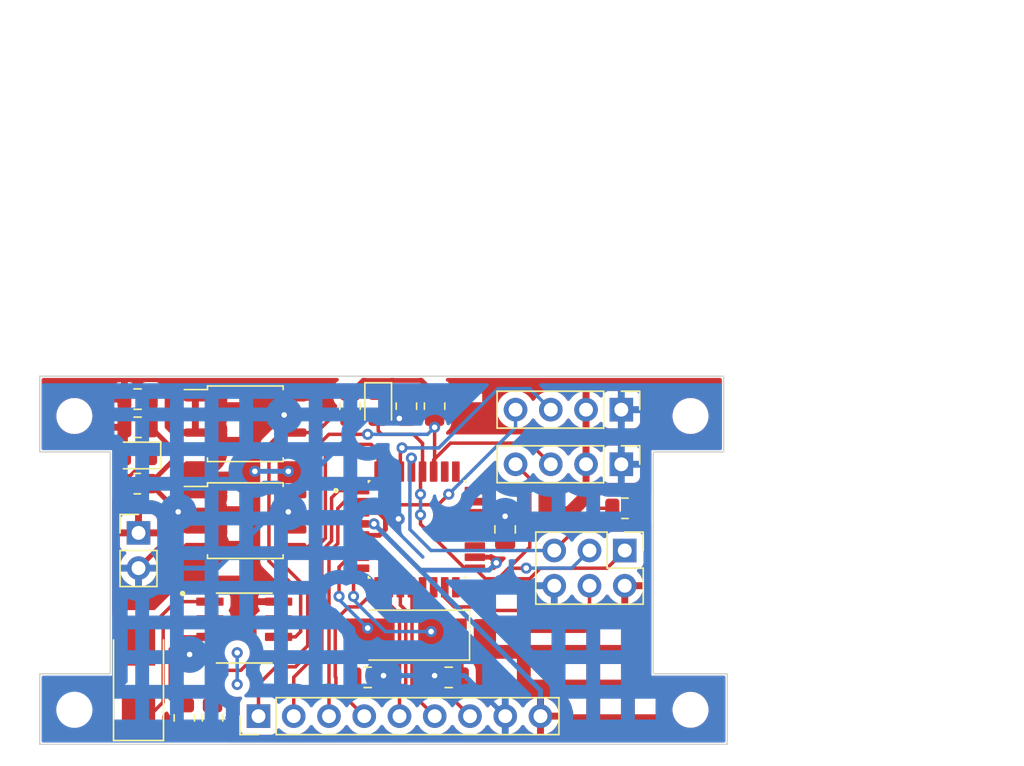
<source format=kicad_pcb>
(kicad_pcb (version 20221018) (generator pcbnew)
  (title_block (title "${project_name}") (date "2024-06-05") (rev "1") (comment 1 "2-layer PCB design version"))
  (layers (0 "F.Cu" mixed) (31 "B.Cu" mixed) (34 "B.Paste" user) (35 "F.Paste" user) (36 "B.SilkS" user "B.Silkscreen") (37 "F.SilkS" user "F.Silkscreen") (38 "B.Mask" user) (39 "F.Mask" user) (44 "Edge.Cuts" user))
  (property "project_name" "MCU Datalogger with memory and clock")
  (net 0 "")
  (net 1 "GND")
  (net 2 "Net-(U4-PB6)")
  (net 3 "/AREF")
  (net 4 "Net-(U4-PB7)")
  (net 5 "/Vcc")
  (net 6 "Net-(D1-K)")
  (net 7 "Net-(D2-K)")
  (net 8 "/SCK")
  (net 9 "/SDA")
  (net 10 "/RX")
  (net 11 "/TX")
  (net 12 "/D2")
  (net 13 "/D3")
  (net 14 "/D4")
  (net 15 "/D5")
  (net 16 "/D6")
  (net 17 "/D7")
  (net 18 "/D8")
  (net 19 "/MISO")
  (net 20 "/MOSI")
  (net 21 "/RESET")
  (net 22 "/~{INTA}")
  (net 23 "/SQW")
  (net 24 "Net-(U3-X1)")
  (net 25 "Net-(U3-X2)")
  (footprint "Package_SO:SOIC-8_5.23x5.23mm_P1.27mm" (layer "F.Cu") (at 138.76 60.325)
    (fp_text reference "U2" hide)
    (fp_text value "24LC1025")
    (pad "1" smd roundrect (at -3.6 -1.905) (size 1.6 0.6) (layers "F.Cu" "F.Paste" "F.Mask") (net 5 "/Vcc"))
    (pad "2" smd roundrect (at -3.6 -0.635) (size 1.6 0.6) (layers "F.Cu" "F.Paste" "F.Mask") (net 1 "GND"))
    (pad "3" smd roundrect (at -3.6 0.635) (size 1.6 0.6) (layers "F.Cu" "F.Paste" "F.Mask") (net 5 "/Vcc"))
    (pad "4" smd roundrect (at -3.6 1.905) (size 1.6 0.6) (layers "F.Cu" "F.Paste" "F.Mask") (net 1 "GND"))
    (pad "5" smd roundrect (at 3.6 1.905) (size 1.6 0.6) (layers "F.Cu" "F.Paste" "F.Mask") (net 9 "/SDA"))
    (pad "6" smd roundrect (at 3.6 0.635) (size 1.6 0.6) (layers "F.Cu" "F.Paste" "F.Mask") (net 8 "/SCK"))
    (pad "7" smd roundrect (at 3.6 -0.635) (size 1.6 0.6) (layers "F.Cu" "F.Paste" "F.Mask") (net 1 "GND"))
    (pad "8" smd roundrect (at 3.6 -1.905) (size 1.6 0.6) (layers "F.Cu" "F.Paste" "F.Mask") (net 5 "/Vcc"))
  )
  (footprint "MountingHole:MountingHole_2.1mm" (layer "F.Cu") (at 126.4412 73.9648)
    (fp_text reference "H3" hide)
    (fp_text value "MountingHole")
    (pad "" np_thru_hole circle (at 0 0) (size 2.1 2.1) (drill 2.1) (layers "*.Cu" "*.Mask"))
  )
  (footprint "Connector_PinHeader_2.54mm:PinHeader_1x04_P2.54mm_Vertical" (layer "F.Cu") (at 165.852 52.324 -90)
    (fp_text reference "J2" hide)
    (fp_text value "Conn_01x04_Pin" hide)
    (pad "1" thru_hole rect (at 0 0 270) (size 1.7 1.7) (drill 1) (layers "*.Cu" "*.Mask") (net 1 "GND"))
    (pad "2" thru_hole oval (at 0 2.54 270) (size 1.7 1.7) (drill 1) (layers "*.Cu" "*.Mask") (net 5 "/Vcc"))
    (pad "3" thru_hole oval (at 0 5.08 270) (size 1.7 1.7) (drill 1) (layers "*.Cu" "*.Mask") (net 10 "/RX"))
    (pad "4" thru_hole oval (at 0 7.62 270) (size 1.7 1.7) (drill 1) (layers "*.Cu" "*.Mask") (net 11 "/TX"))
  )
  (footprint "Resistor_SMD:R_0805_2012Metric" (layer "F.Cu") (at 134.366 74.548 90)
    (fp_text reference "R3" hide)
    (fp_text value "10k")
    (pad "1" smd roundrect (at -0.9125 0 90) (size 1.025 1.4) (layers "F.Cu" "F.Paste" "F.Mask") (roundrect_rratio 0.243902) (net 5 "/Vcc"))
    (pad "2" smd roundrect (at 0.9125 0 90) (size 1.025 1.4) (layers "F.Cu" "F.Paste" "F.Mask") (roundrect_rratio 0.243902) (net 22 "/~{INTA}"))
  )
  (footprint "Connector_PinHeader_2.54mm:PinHeader_1x02_P2.54mm_Vertical" (layer "F.Cu") (at 131.064 61.209)
    (fp_text reference "BT1" hide)
    (fp_text value "Battery")
    (pad "1" thru_hole rect (at 0 0) (size 1.7 1.7) (drill 1) (layers "*.Cu" "*.Mask") (net 5 "/Vcc"))
    (pad "2" thru_hole oval (at 0 2.54) (size 1.7 1.7) (drill 1) (layers "*.Cu" "*.Mask") (net 1 "GND"))
  )
  (footprint "Crystal:Crystal_SMD_5032-2Pin_5.0x3.2mm_HandSoldering" (layer "F.Cu") (at 131.064 71.628 90)
    (fp_text reference "Y2" hide)
    (fp_text value "32.768kHz")
    (pad "1" smd rect (at -2.6 0 90) (size 3.5 2.4) (layers "F.Cu" "F.Paste" "F.Mask") (net 25 "Net-(U3-X2)"))
    (pad "2" smd rect (at 2.6 0 90) (size 3.5 2.4) (layers "F.Cu" "F.Paste" "F.Mask") (net 24 "Net-(U3-X1)"))
  )
  (footprint "LED_SMD:LED_0805_2012Metric" (layer "F.Cu") (at 130.978 55.626 180)
    (fp_text reference "D1" hide)
    (fp_text value "LED")
    (pad "1" smd roundrect (at -0.9375 0 180) (size 0.975 1.4) (layers "F.Cu" "F.Paste" "F.Mask") (net 6 "Net-(D1-K)"))
    (pad "2" smd roundrect (at 0.9375 0 180) (size 0.975 1.4) (layers "F.Cu" "F.Paste" "F.Mask") (net 5 "/Vcc"))
  )
  (footprint "footprints:SOIC127P600X175-8N" (layer "F.Cu") (at 138.684 68.072)
    (fp_text reference "U3" hide)
    (fp_text value "DS1337S_")
    (pad "1" smd roundrect (at -2.475 -1.905) (size 1.97 0.59) (layers "F.Cu" "F.Paste" "F.Mask") (roundrect_rratio 0.125) (net 24 "Net-(U3-X1)"))
    (pad "2" smd roundrect (at -2.475 -0.635) (size 1.97 0.59) (layers "F.Cu" "F.Paste" "F.Mask") (roundrect_rratio 0.125) (net 25 "Net-(U3-X2)"))
    (pad "3" smd roundrect (at -2.475 0.635) (size 1.97 0.59) (layers "F.Cu" "F.Paste" "F.Mask") (roundrect_rratio 0.125) (net 22 "/~{INTA}"))
    (pad "4" smd roundrect (at -2.475 1.905) (size 1.97 0.59) (layers "F.Cu" "F.Paste" "F.Mask") (roundrect_rratio 0.125) (net 1 "GND"))
    (pad "5" smd roundrect (at 2.475 1.905) (size 1.97 0.59) (layers "F.Cu" "F.Paste" "F.Mask") (roundrect_rratio 0.125) (net 9 "/SDA"))
    (pad "6" smd roundrect (at 2.475 0.635) (size 1.97 0.59) (layers "F.Cu" "F.Paste" "F.Mask") (roundrect_rratio 0.125) (net 8 "/SCK"))
    (pad "7" smd roundrect (at 2.475 -0.635) (size 1.97 0.59) (layers "F.Cu" "F.Paste" "F.Mask") (roundrect_rratio 0.125) (net 23 "/SQW"))
    (pad "8" smd roundrect (at 2.475 -1.905) (size 1.97 0.59) (layers "F.Cu" "F.Paste" "F.Mask") (roundrect_rratio 0.125) (net 5 "/Vcc"))
  )
  (footprint "MountingHole:MountingHole_2.1mm" (layer "F.Cu") (at 126.4412 52.7812)
    (fp_text reference "H1" hide)
    (fp_text value "MountingHole")
    (pad "" np_thru_hole circle (at 0 0) (size 2.1 2.1) (drill 2.1) (layers "*.Cu" "*.Mask"))
  )
  (footprint "MountingHole:MountingHole_2.1mm" (layer "F.Cu") (at 170.8404 52.7812)
    (fp_text reference "H2" hide)
    (fp_text value "MountingHole")
    (pad "" np_thru_hole circle (at 0 0) (size 2.1 2.1) (drill 2.1) (layers "*.Cu" "*.Mask"))
  )
  (footprint "Resistor_SMD:R_0805_2012Metric" (layer "F.Cu") (at 130.978 57.658)
    (fp_text reference "R1" hide)
    (fp_text value "330")
    (pad "1" smd roundrect (at -0.9125 0) (size 1.025 1.4) (layers "F.Cu" "F.Paste" "F.Mask") (roundrect_rratio 0.243902) (net 6 "Net-(D1-K)"))
    (pad "2" smd roundrect (at 0.9125 0) (size 1.025 1.4) (layers "F.Cu" "F.Paste" "F.Mask") (roundrect_rratio 0.243902) (net 1 "GND"))
  )
  (footprint "Capacitor_SMD:C_0805_2012Metric" (layer "F.Cu") (at 130.998 53.594)
    (fp_text reference "C5" hide)
    (fp_text value "100n")
    (pad "1" smd roundrect (at -0.95 0) (size 1 1.45) (layers "F.Cu" "F.Paste" "F.Mask") (net 5 "/Vcc"))
    (pad "2" smd roundrect (at 0.95 0) (size 1 1.45) (layers "F.Cu" "F.Paste" "F.Mask") (net 1 "GND"))
  )
  (footprint "Connector_PinHeader_2.54mm:PinHeader_1x04_P2.54mm_Vertical" (layer "F.Cu") (at 165.852 56.261 -90)
    (fp_text reference "J1" hide)
    (fp_text value "Conn_01x04_Pin" hide)
    (pad "1" thru_hole rect (at 0 0 270) (size 1.7 1.7) (drill 1) (layers "*.Cu" "*.Mask") (net 1 "GND"))
    (pad "2" thru_hole oval (at 0 2.54 270) (size 1.7 1.7) (drill 1) (layers "*.Cu" "*.Mask") (net 5 "/Vcc"))
    (pad "3" thru_hole oval (at 0 5.08 270) (size 1.7 1.7) (drill 1) (layers "*.Cu" "*.Mask") (net 9 "/SDA"))
    (pad "4" thru_hole oval (at 0 7.62 270) (size 1.7 1.7) (drill 1) (layers "*.Cu" "*.Mask") (net 8 "/SCK"))
  )
  (footprint "LED_SMD:LED_0805_2012Metric" (layer "F.Cu") (at 148.336 52.07 -90)
    (fp_text reference "D2" hide)
    (fp_text value "LED")
    (pad "1" smd roundrect (at -0.9375 0 270) (size 0.975 1.4) (layers "F.Cu" "F.Paste" "F.Mask") (net 7 "Net-(D2-K)"))
    (pad "2" smd roundrect (at 0.9375 0 270) (size 0.975 1.4) (layers "F.Cu" "F.Paste" "F.Mask") (net 8 "/SCK"))
  )
  (footprint "Capacitor_SMD:C_0805_2012Metric" (layer "F.Cu") (at 130.998 51.562 180)
    (fp_text reference "C4" hide)
    (fp_text value "100n")
    (pad "1" smd roundrect (at -0.95 0 180) (size 1 1.45) (layers "F.Cu" "F.Paste" "F.Mask") (net 1 "GND"))
    (pad "2" smd roundrect (at 0.95 0 180) (size 1 1.45) (layers "F.Cu" "F.Paste" "F.Mask") (net 5 "/Vcc"))
  )
  (footprint "footprints:QFP80P900X900X120-32N" (layer "F.Cu") (at 151.13 60.96)
    (fp_text reference "U4" hide)
    (fp_text value "ATMEGA328P-AU")
    (pad "1" smd roundrect (at -4.17 -2.8) (size 1.47 0.55) (layers "F.Cu" "F.Paste" "F.Mask") (roundrect_rratio 0.125) (net 13 "/D3"))
    (pad "2" smd roundrect (at -4.17 -2) (size 1.47 0.55) (layers "F.Cu" "F.Paste" "F.Mask") (roundrect_rratio 0.125) (net 14 "/D4"))
    (pad "3" smd roundrect (at -4.17 -1.2) (size 1.47 0.55) (layers "F.Cu" "F.Paste" "F.Mask") (roundrect_rratio 0.125) (net 1 "GND"))
    (pad "4" smd roundrect (at -4.17 -0.4) (size 1.47 0.55) (layers "F.Cu" "F.Paste" "F.Mask") (roundrect_rratio 0.125) (net 5 "/Vcc"))
    (pad "5" smd roundrect (at -4.17 0.4) (size 1.47 0.55) (layers "F.Cu" "F.Paste" "F.Mask") (roundrect_rratio 0.125) (net 1 "GND"))
    (pad "6" smd roundrect (at -4.17 1.2) (size 1.47 0.55) (layers "F.Cu" "F.Paste" "F.Mask") (roundrect_rratio 0.125))
    (pad "7" smd roundrect (at -4.17 2) (size 1.47 0.55) (layers "F.Cu" "F.Paste" "F.Mask") (roundrect_rratio 0.125) (net 2 "Net-(U4-PB6)"))
    (pad "8" smd roundrect (at -4.17 2.8) (size 1.47 0.55) (layers "F.Cu" "F.Paste" "F.Mask") (roundrect_rratio 0.125) (net 4 "Net-(U4-PB7)"))
    (pad "9" smd roundrect (at -2.8 4.17) (size 0.55 1.47) (layers "F.Cu" "F.Paste" "F.Mask") (roundrect_rratio 0.125) (net 15 "/D5"))
    (pad "10" smd roundrect (at -2 4.17) (size 0.55 1.47) (layers "F.Cu" "F.Paste" "F.Mask") (roundrect_rratio 0.125) (net 16 "/D6"))
    (pad "11" smd roundrect (at -1.2 4.17) (size 0.55 1.47) (layers "F.Cu" "F.Paste" "F.Mask") (roundrect_rratio 0.125) (net 17 "/D7"))
    (pad "12" smd roundrect (at -0.4 4.17) (size 0.55 1.47) (layers "F.Cu" "F.Paste" "F.Mask") (roundrect_rratio 0.125) (net 18 "/D8"))
    (pad "13" smd roundrect (at 0.4 4.17) (size 0.55 1.47) (layers "F.Cu" "F.Paste" "F.Mask") (roundrect_rratio 0.125))
    (pad "14" smd roundrect (at 1.2 4.17) (size 0.55 1.47) (layers "F.Cu" "F.Paste" "F.Mask") (roundrect_rratio 0.125))
    (pad "15" smd roundrect (at 2 4.17) (size 0.55 1.47) (layers "F.Cu" "F.Paste" "F.Mask") (roundrect_rratio 0.125) (net 20 "/MOSI"))
    (pad "16" smd roundrect (at 2.8 4.17) (size 0.55 1.47) (layers "F.Cu" "F.Paste" "F.Mask") (roundrect_rratio 0.125) (net 19 "/MISO"))
    (pad "17" smd roundrect (at 4.17 2.8) (size 1.47 0.55) (layers "F.Cu" "F.Paste" "F.Mask") (roundrect_rratio 0.125) (net 8 "/SCK"))
    (pad "18" smd roundrect (at 4.17 2) (size 1.47 0.55) (layers "F.Cu" "F.Paste" "F.Mask") (roundrect_rratio 0.125) (net 5 "/Vcc"))
    (pad "19" smd roundrect (at 4.17 1.2) (size 1.47 0.55) (layers "F.Cu" "F.Paste" "F.Mask") (roundrect_rratio 0.125))
    (pad "20" smd roundrect (at 4.17 0.4) (size 1.47 0.55) (layers "F.Cu" "F.Paste" "F.Mask") (roundrect_rratio 0.125) (net 3 "/AREF"))
    (pad "21" smd roundrect (at 4.17 -0.4) (size 1.47 0.55) (layers "F.Cu" "F.Paste" "F.Mask") (roundrect_rratio 0.125) (net 1 "GND"))
    (pad "22" smd roundrect (at 4.17 -1.2) (size 1.47 0.55) (layers "F.Cu" "F.Paste" "F.Mask") (roundrect_rratio 0.125))
    (pad "23" smd roundrect (at 4.17 -2) (size 1.47 0.55) (layers "F.Cu" "F.Paste" "F.Mask") (roundrect_rratio 0.125))
    (pad "24" smd roundrect (at 4.17 -2.8) (size 1.47 0.55) (layers "F.Cu" "F.Paste" "F.Mask") (roundrect_rratio 0.125))
    (pad "25" smd roundrect (at 2.8 -4.17) (size 0.55 1.47) (layers "F.Cu" "F.Paste" "F.Mask") (roundrect_rratio 0.125))
    (pad "26" smd roundrect (at 2 -4.17) (size 0.55 1.47) (layers "F.Cu" "F.Paste" "F.Mask") (roundrect_rratio 0.125))
    (pad "27" smd roundrect (at 1.2 -4.17) (size 0.55 1.47) (layers "F.Cu" "F.Paste" "F.Mask") (roundrect_rratio 0.125) (net 9 "/SDA"))
    (pad "28" smd roundrect (at 0.4 -4.17) (size 0.55 1.47) (layers "F.Cu" "F.Paste" "F.Mask") (roundrect_rratio 0.125) (net 8 "/SCK"))
    (pad "29" smd roundrect (at -0.4 -4.17) (size 0.55 1.47) (layers "F.Cu" "F.Paste" "F.Mask") (roundrect_rratio 0.125) (net 21 "/RESET"))
    (pad "30" smd roundrect (at -1.2 -4.17) (size 0.55 1.47) (layers "F.Cu" "F.Paste" "F.Mask") (roundrect_rratio 0.125) (net 10 "/RX"))
    (pad "31" smd roundrect (at -2 -4.17) (size 0.55 1.47) (layers "F.Cu" "F.Paste" "F.Mask") (roundrect_rratio 0.125) (net 11 "/TX"))
    (pad "32" smd roundrect (at -2.8 -4.17) (size 0.55 1.47) (layers "F.Cu" "F.Paste" "F.Mask") (roundrect_rratio 0.125) (net 12 "/D2"))
  )
  (footprint "Resistor_SMD:R_0805_2012Metric" (layer "F.Cu") (at 152.4 52.07 -90)
    (fp_text reference "R7" hide)
    (fp_text value "4.7k")
    (pad "1" smd roundrect (at -0.9125 0 270) (size 1.025 1.4) (layers "F.Cu" "F.Paste" "F.Mask") (roundrect_rratio 0.243902) (net 5 "/Vcc"))
    (pad "2" smd roundrect (at 0.9125 0 270) (size 1.025 1.4) (layers "F.Cu" "F.Paste" "F.Mask") (roundrect_rratio 0.243902) (net 9 "/SDA"))
  )
  (footprint "Crystal:Crystal_SMD_5032-2Pin_5.0x3.2mm_HandSoldering" (layer "F.Cu") (at 150.368 68.58 180)
    (fp_text reference "Y1" hide)
    (fp_text value "16 MHz")
    (pad "1" smd rect (at -2.6 0 180) (size 3.5 2.4) (layers "F.Cu" "F.Paste" "F.Mask") (net 4 "Net-(U4-PB7)"))
    (pad "2" smd rect (at 2.6 0 180) (size 3.5 2.4) (layers "F.Cu" "F.Paste" "F.Mask") (net 2 "Net-(U4-PB6)"))
  )
  (footprint "Capacitor_SMD:C_0805_2012Metric" (layer "F.Cu") (at 147.574 71.628 180)
    (fp_text reference "C1" hide)
    (fp_text value "22p")
    (pad "1" smd roundrect (at -0.95 0 180) (size 1 1.45) (layers "F.Cu" "F.Paste" "F.Mask") (net 1 "GND"))
    (pad "2" smd roundrect (at 0.95 0 180) (size 1 1.45) (layers "F.Cu" "F.Paste" "F.Mask") (net 2 "Net-(U4-PB6)"))
  )
  (footprint "Capacitor_SMD:C_0805_2012Metric" (layer "F.Cu") (at 153.416 71.628)
    (fp_text reference "C3" hide)
    (fp_text value "22p")
    (pad "1" smd roundrect (at -0.95 0) (size 1 1.45) (layers "F.Cu" "F.Paste" "F.Mask") (net 1 "GND"))
    (pad "2" smd roundrect (at 0.95 0) (size 1 1.45) (layers "F.Cu" "F.Paste" "F.Mask") (net 4 "Net-(U4-PB7)"))
  )
  (footprint "Resistor_SMD:R_0805_2012Metric" (layer "F.Cu") (at 136.398 74.548 90)
    (fp_text reference "R4" hide)
    (fp_text value "10k")
    (pad "1" smd roundrect (at -0.9125 0 90) (size 1.025 1.4) (layers "F.Cu" "F.Paste" "F.Mask") (roundrect_rratio 0.243902) (net 5 "/Vcc"))
    (pad "2" smd roundrect (at 0.9125 0 90) (size 1.025 1.4) (layers "F.Cu" "F.Paste" "F.Mask") (roundrect_rratio 0.243902) (net 23 "/SQW"))
  )
  (footprint "Resistor_SMD:R_0805_2012Metric" (layer "F.Cu") (at 150.368 52.07 90)
    (fp_text reference "R2" hide)
    (fp_text value "330")
    (pad "1" smd roundrect (at -0.9125 0 90) (size 1.025 1.4) (layers "F.Cu" "F.Paste" "F.Mask") (roundrect_rratio 0.243902) (net 1 "GND"))
    (pad "2" smd roundrect (at 0.9125 0 90) (size 1.025 1.4) (layers "F.Cu" "F.Paste" "F.Mask") (roundrect_rratio 0.243902) (net 7 "Net-(D2-K)"))
  )
  (footprint "Resistor_SMD:R_0805_2012Metric" (layer "F.Cu") (at 166.116 59.436 180)
    (fp_text reference "R5" hide)
    (fp_text value "10k")
    (pad "1" smd roundrect (at -0.9125 0 180) (size 1.025 1.4) (layers "F.Cu" "F.Paste" "F.Mask") (roundrect_rratio 0.243902) (net 5 "/Vcc"))
    (pad "2" smd roundrect (at 0.9125 0 180) (size 1.025 1.4) (layers "F.Cu" "F.Paste" "F.Mask") (roundrect_rratio 0.243902) (net 21 "/RESET"))
  )
  (footprint "Resistor_SMD:R_0805_2012Metric" (layer "F.Cu") (at 146.304 52.07 -90)
    (fp_text reference "R6" hide)
    (fp_text value "4.7k")
    (pad "1" smd roundrect (at -0.9125 0 270) (size 1.025 1.4) (layers "F.Cu" "F.Paste" "F.Mask") (roundrect_rratio 0.243902) (net 5 "/Vcc"))
    (pad "2" smd roundrect (at 0.9125 0 270) (size 1.025 1.4) (layers "F.Cu" "F.Paste" "F.Mask") (roundrect_rratio 0.243902) (net 8 "/SCK"))
  )
  (footprint "Package_SO:SOIC-8_5.23x5.23mm_P1.27mm" (layer "F.Cu") (at 138.76 53.34)
    (fp_text reference "U1" hide)
    (fp_text value "24LC1025")
    (pad "1" smd roundrect (at -3.6 -1.905) (size 1.6 0.6) (layers "F.Cu" "F.Paste" "F.Mask") (net 5 "/Vcc"))
    (pad "2" smd roundrect (at -3.6 -0.635) (size 1.6 0.6) (layers "F.Cu" "F.Paste" "F.Mask") (net 5 "/Vcc"))
    (pad "3" smd roundrect (at -3.6 0.635) (size 1.6 0.6) (layers "F.Cu" "F.Paste" "F.Mask") (net 5 "/Vcc"))
    (pad "4" smd roundrect (at -3.6 1.905) (size 1.6 0.6) (layers "F.Cu" "F.Paste" "F.Mask") (net 1 "GND"))
    (pad "5" smd roundrect (at 3.6 1.905) (size 1.6 0.6) (layers "F.Cu" "F.Paste" "F.Mask") (net 9 "/SDA"))
    (pad "6" smd roundrect (at 3.6 0.635) (size 1.6 0.6) (layers "F.Cu" "F.Paste" "F.Mask") (net 8 "/SCK"))
    (pad "7" smd roundrect (at 3.6 -0.635) (size 1.6 0.6) (layers "F.Cu" "F.Paste" "F.Mask") (net 1 "GND"))
    (pad "8" smd roundrect (at 3.6 -1.905) (size 1.6 0.6) (layers "F.Cu" "F.Paste" "F.Mask") (net 5 "/Vcc"))
  )
  (footprint "MountingHole:MountingHole_2.1mm" (layer "F.Cu") (at 170.8404 73.9648)
    (fp_text reference "H4" hide)
    (fp_text value "MountingHole")
    (pad "" np_thru_hole circle (at 0 0) (size 2.1 2.1) (drill 2.1) (layers "*.Cu" "*.Mask"))
  )
  (footprint "Connector_PinHeader_2.54mm:PinHeader_1x09_P2.54mm_Vertical" (layer "F.Cu") (at 139.71 74.422 90)
    (fp_text reference "J3" hide)
    (fp_text value "Conn_01x09_Pin" hide)
    (pad "1" thru_hole rect (at 0 0 90) (size 1.7 1.7) (drill 1) (layers "*.Cu" "*.Mask") (net 12 "/D2"))
    (pad "2" thru_hole oval (at 0 2.54 90) (size 1.7 1.7) (drill 1) (layers "*.Cu" "*.Mask") (net 13 "/D3"))
    (pad "3" thru_hole oval (at 0 5.08 90) (size 1.7 1.7) (drill 1) (layers "*.Cu" "*.Mask") (net 14 "/D4"))
    (pad "4" thru_hole oval (at 0 7.62 90) (size 1.7 1.7) (drill 1) (layers "*.Cu" "*.Mask") (net 15 "/D5"))
    (pad "5" thru_hole oval (at 0 10.16 90) (size 1.7 1.7) (drill 1) (layers "*.Cu" "*.Mask") (net 16 "/D6"))
    (pad "6" thru_hole oval (at 0 12.7 90) (size 1.7 1.7) (drill 1) (layers "*.Cu" "*.Mask") (net 17 "/D7"))
    (pad "7" thru_hole oval (at 0 15.24 90) (size 1.7 1.7) (drill 1) (layers "*.Cu" "*.Mask") (net 18 "/D8"))
    (pad "8" thru_hole oval (at 0 17.78 90) (size 1.7 1.7) (drill 1) (layers "*.Cu" "*.Mask") (net 1 "GND"))
    (pad "9" thru_hole oval (at 0 20.32 90) (size 1.7 1.7) (drill 1) (layers "*.Cu" "*.Mask") (net 5 "/Vcc"))
  )
  (footprint "Connector_PinHeader_2.54mm:PinHeader_2x03_P2.54mm_Vertical" (layer "F.Cu") (at 166.101 62.479 -90)
    (fp_text reference "J4" hide)
    (fp_text value "Conn_02x03_Odd_Even" hide)
    (pad "1" thru_hole rect (at 0 0 270) (size 1.7 1.7) (drill 1) (layers "*.Cu" "*.Mask") (net 19 "/MISO"))
    (pad "2" thru_hole oval (at 2.54 0 270) (size 1.7 1.7) (drill 1) (layers "*.Cu" "*.Mask") (net 5 "/Vcc"))
    (pad "3" thru_hole oval (at 0 2.54 270) (size 1.7 1.7) (drill 1) (layers "*.Cu" "*.Mask") (net 8 "/SCK"))
    (pad "4" thru_hole oval (at 2.54 2.54 270) (size 1.7 1.7) (drill 1) (layers "*.Cu" "*.Mask") (net 20 "/MOSI"))
    (pad "5" thru_hole oval (at 0 5.08 270) (size 1.7 1.7) (drill 1) (layers "*.Cu" "*.Mask") (net 21 "/RESET"))
    (pad "6" thru_hole oval (at 2.54 5.08 270) (size 1.7 1.7) (drill 1) (layers "*.Cu" "*.Mask") (net 1 "GND"))
  )
  (footprint "Capacitor_SMD:C_0805_2012Metric" (layer "F.Cu") (at 157.48 60.96 -90)
    (fp_text reference "C2" hide)
    (fp_text value "100n")
    (pad "1" smd roundrect (at -0.95 0 270) (size 1 1.45) (layers "F.Cu" "F.Paste" "F.Mask") (net 1 "GND"))
    (pad "2" smd roundrect (at 0.95 0 270) (size 1 1.45) (layers "F.Cu" "F.Paste" "F.Mask") (net 3 "/AREF"))
  )
  (gr_line (start 129.032 76.454) (end 173.482 76.454) (stroke (width 0.1)) (layer "Edge.Cuts"))
  (gr_line (start 168.148 71.374) (end 168.148 55.372) (stroke (width 0.1)) (layer "Edge.Cuts"))
  (gr_line (start 129.032 55.372) (end 129.032 71.374) (stroke (width 0.1)) (layer "Edge.Cuts"))
  (gr_line (start 173.482 76.454) (end 173.482 71.374) (stroke (width 0.1)) (layer "Edge.Cuts"))
  (gr_line (start 123.952 55.372) (end 129.032 55.372) (stroke (width 0.1)) (layer "Edge.Cuts"))
  (gr_line (start 123.952 49.911) (end 123.952 55.372) (stroke (width 0.1)) (layer "Edge.Cuts"))
  (gr_line (start 129.032 49.911) (end 123.952 49.911) (stroke (width 0.1)) (layer "Edge.Cuts"))
  (gr_line (start 168.148 55.372) (end 173.228 55.372) (stroke (width 0.1)) (layer "Edge.Cuts"))
  (gr_line (start 173.228 55.372) (end 173.228 49.911) (stroke (width 0.1)) (layer "Edge.Cuts"))
  (gr_line (start 173.228 49.911) (end 129.032 49.911) (stroke (width 0.1)) (layer "Edge.Cuts"))
  (gr_line (start 123.952 71.374) (end 123.952 76.454) (stroke (width 0.1)) (layer "Edge.Cuts"))
  (gr_line (start 173.482 71.374) (end 168.148 71.374) (stroke (width 0.1)) (layer "Edge.Cuts"))
  (gr_line (start 129.032 71.374) (end 123.952 71.374) (stroke (width 0.1)) (layer "Edge.Cuts"))
  (gr_line (start 123.952 76.454) (end 129.032 76.454) (stroke (width 0.1)) (layer "Edge.Cuts"))
  (segment (start 138.176 72.263) (end 138.176 72.136) (width 0.25) (layer "F.Cu") (net 0))
  (via (at 138.176 69.85) (size 0.8) (drill 0.4) (layers "F.Cu" "B.Cu") (net 0))
  (via (at 138.176 72.136) (size 0.8) (drill 0.4) (layers "F.Cu" "B.Cu") (net 0))
  (segment (start 138.176 72.136) (end 138.176 69.85) (width 0.25) (layer "B.Cu") (net 0))
  (segment (start 142.36 59.69) (end 141.859 59.69) (width 0.35) (layer "F.Cu") (net 1))
  (segment (start 134.3035 55.245) (end 131.8905 57.658) (width 0.35) (layer "F.Cu") (net 1))
  (segment (start 133.599 55.245) (end 131.948 53.594) (width 0.35) (layer "F.Cu") (net 1))
  (segment (start 135.16 62.23) (end 132.583 62.23) (width 0.35) (layer "F.Cu") (net 1))
  (segment (start 156.93 60.56) (end 155.3 60.56) (width 0.35) (layer "F.Cu") (net 1))
  (segment (start 146.96 59.76) (end 146.985306 59.734694) (width 0.35) (layer "F.Cu") (net 1))
  (segment (start 148.419306 61.384694) (end 146.984694 61.384694) (width 0.35) (layer "F.Cu") (net 1))
  (segment (start 148.8559 60.2099) (end 148.8559 60.9481) (width 0.35) (layer "F.Cu") (net 1))
  (segment (start 148.8559 60.9481) (end 148.419306 61.384694) (width 0.35) (layer "F.Cu") (net 1))
  (segment (start 142.36 52.705) (end 141.560001 52.705) (width 0.35) (layer "F.Cu") (net 1))
  (segment (start 157.48 60.01) (end 156.93 60.56) (width 0.35) (layer "F.Cu") (net 1))
  (segment (start 146.985306 59.734694) (end 148.380694 59.734694) (width 0.35) (layer "F.Cu") (net 1))
  (segment (start 150.368 52.9825) (end 149.8835 52.9825) (width 0.35) (layer "F.Cu") (net 1))
  (segment (start 133.9225 59.69) (end 133.76325 59.53075) (width 0.35) (layer "F.Cu") (net 1))
  (segment (start 146.984694 61.384694) (end 146.96 61.36) (width 0.35) (layer "F.Cu") (net 1))
  (segment (start 148.8678 60.198) (end 149.797 60.198) (width 0.35) (layer "F.Cu") (net 1))
  (segment (start 136.209 69.977) (end 134.747 69.977) (width 0.35) (layer "F.Cu") (net 1))
  (segment (start 132.583 62.23) (end 131.064 63.749) (width 0.35) (layer "F.Cu") (net 1))
  (segment (start 148.8559 60.2099) (end 148.8678 60.198) (width 0.35) (layer "F.Cu") (net 1))
  (segment (start 149.8835 52.9825) (end 149.86 52.959) (width 0.35) (layer "F.Cu") (net 1))
  (segment (start 148.59 71.628) (end 148.717 71.501) (width 0.35) (layer "F.Cu") (net 1))
  (segment (start 135.959999 62.23) (end 135.16 62.23) (width 0.35) (layer "F.Cu") (net 1))
  (segment (start 148.524 71.628) (end 148.59 71.628) (width 0.35) (layer "F.Cu") (net 1))
  (segment (start 148.380694 59.734694) (end 148.8559 60.2099) (width 0.35) (layer "F.Cu") (net 1))
  (segment (start 135.16 55.245) (end 133.599 55.245) (width 0.35) (layer "F.Cu") (net 1))
  (segment (start 131.948 53.594) (end 131.948 51.562) (width 0.35) (layer "F.Cu") (net 1))
  (segment (start 135.16 55.245) (end 134.3035 55.245) (width 0.35) (layer "F.Cu") (net 1))
  (segment (start 133.76325 59.53075) (end 131.8905 57.658) (width 0.35) (layer "F.Cu") (net 1))
  (via (at 149.797 60.198) (size 0.9) (drill 0.4) (layers "F.Cu" "B.Cu") (net 1))
  (via (at 149.86 52.959) (size 0.9) (drill 0.4) (layers "F.Cu" "B.Cu") (net 1))
  (via (at 152.4 71.501) (size 0.9) (drill 0.4) (layers "F.Cu" "B.Cu") (net 1))
  (via (at 134.747 69.977) (size 0.9) (drill 0.4) (layers "F.Cu" "B.Cu") (net 1))
  (via (at 133.9225 59.69) (size 0.9) (drill 0.4) (layers "F.Cu" "B.Cu") (net 1))
  (via (at 148.717 71.501) (size 0.9) (drill 0.4) (layers "F.Cu" "B.Cu") (net 1))
  (via (at 141.859 59.69) (size 0.9) (drill 0.4) (layers "F.Cu" "B.Cu") (net 1))
  (via (at 157.48 60.01) (size 0.9) (drill 0.4) (layers "F.Cu" "B.Cu") (net 1))
  (via (at 141.560001 52.705) (size 0.9) (drill 0.4) (layers "F.Cu" "B.Cu") (net 1))
  (segment (start 140.819272 59.69) (end 140.704136 59.805136) (width 0.35) (layer "B.Cu") (net 1))
  (segment (start 149.86 52.959) (end 147.550273 52.959) (width 0.35) (layer "B.Cu") (net 1))
  (segment (start 154.569 71.501) (end 157.49 74.422) (width 0.35) (layer "B.Cu") (net 1))
  (segment (start 134.747 69.977) (end 133.731 68.961) (width 0.35) (layer "B.Cu") (net 1))
  (segment (start 147.550273 52.959) (end 140.704136 59.805136) (width 0.35) (layer "B.Cu") (net 1))
  (segment (start 132.837 63.749) (end 131.064 63.749) (width 0.35) (layer "B.Cu") (net 1))
  (segment (start 152.4 71.501) (end 154.569 71.501) (width 0.35) (layer "B.Cu") (net 1))
  (segment (start 140.704136 59.805136) (end 136.760273 63.749) (width 0.35) (layer "B.Cu") (net 1))
  (segment (start 133.731 64.643) (end 132.837 63.749) (width 0.35) (layer "B.Cu") (net 1))
  (segment (start 148.717 71.501) (end 152.4 71.501) (width 0.35) (layer "B.Cu") (net 1))
  (segment (start 140.774578 59.734694) (end 140.704136 59.805136) (width 0.35) (layer "B.Cu") (net 1))
  (segment (start 141.859 59.69) (end 140.819272 59.69) (width 0.35) (layer "B.Cu") (net 1))
  (segment (start 149.333694 59.734694) (end 140.774578 59.734694) (width 0.35) (layer "B.Cu") (net 1))
  (segment (start 136.760273 63.749) (end 131.064 63.749) (width 0.35) (layer "B.Cu") (net 1))
  (segment (start 133.731 68.961) (end 133.731 64.643) (width 0.35) (layer "B.Cu") (net 1))
  (segment (start 149.797 60.198) (end 149.333694 59.734694) (width 0.35) (layer "B.Cu") (net 1))
  (segment (start 146.624 69.724) (end 147.768 68.58) (width 0.25) (layer "F.Cu") (net 2))
  (segment (start 146.225 62.96) (end 146.96 62.96) (width 0.25) (layer "F.Cu") (net 2))
  (segment (start 145.515 65.786) (end 145.515 63.67) (width 0.25) (layer "F.Cu") (net 2))
  (segment (start 147.768 68.58) (end 147.768 68.266) (width 0.25) (layer "F.Cu") (net 2))
  (segment (start 145.515 63.67) (end 146.225 62.96) (width 0.25) (layer "F.Cu") (net 2))
  (segment (start 147.768 68.266) (end 147.574 68.072) (width 0.25) (layer "F.Cu") (net 2))
  (segment (start 146.624 71.628) (end 146.624 69.724) (width 0.25) (layer "F.Cu") (net 2))
  (via (at 147.574 68.072) (size 0.8) (drill 0.4) (layers "F.Cu" "B.Cu") (net 2))
  (via (at 145.515 65.786) (size 0.8) (drill 0.4) (layers "F.Cu" "B.Cu") (net 2))
  (segment (start 145.515 66.013) (end 145.515 65.786) (width 0.25) (layer "B.Cu") (net 2))
  (segment (start 147.574 68.072) (end 145.515 66.013) (width 0.25) (layer "B.Cu") (net 2))
  (segment (start 156.93 61.36) (end 155.3 61.36) (width 0.25) (layer "F.Cu") (net 3))
  (segment (start 157.48 61.91) (end 156.93 61.36) (width 0.25) (layer "F.Cu") (net 3))
  (segment (start 146.558 65.786) (end 146.558 64.162) (width 0.25) (layer "F.Cu") (net 4))
  (segment (start 152.968 68.58) (end 152.4 68.58) (width 0.25) (layer "F.Cu") (net 4))
  (segment (start 154.366 69.978) (end 152.968 68.58) (width 0.25) (layer "F.Cu") (net 4))
  (segment (start 154.366 71.628) (end 154.366 69.978) (width 0.25) (layer "F.Cu") (net 4))
  (segment (start 146.558 64.162) (end 146.96 63.76) (width 0.25) (layer "F.Cu") (net 4))
  (segment (start 152.4 68.58) (end 152.146 68.326) (width 0.25) (layer "F.Cu") (net 4))
  (via (at 152.146 68.326) (size 0.8) (drill 0.4) (layers "F.Cu" "B.Cu") (net 4))
  (via (at 146.558 65.786) (size 0.8) (drill 0.4) (layers "F.Cu" "B.Cu") (net 4))
  (segment (start 146.558 66.030695) (end 146.558 65.786) (width 0.25) (layer "B.Cu") (net 4))
  (segment (start 148.853305 68.326) (end 148.086652 67.559347) (width 0.25) (layer "B.Cu") (net 4))
  (segment (start 152.146 68.326) (end 148.853305 68.326) (width 0.25) (layer "B.Cu") (net 4))
  (segment (start 148.086652 67.559347) (end 146.558 66.030695) (width 0.25) (layer "B.Cu") (net 4))
  (segment (start 151.4625 50.22) (end 147.2415 50.22) (width 0.35) (layer "F.Cu") (net 5))
  (segment (start 152.4 51.1575) (end 151.4625 50.22) (width 0.35) (layer "F.Cu") (net 5))
  (segment (start 130.048 51.562) (end 130.048 51.054) (width 0.35) (layer "F.Cu") (net 5))
  (segment (start 155.3 62.96) (end 156.432 62.96) (width 0.35) (layer "F.Cu") (net 5))
  (segment (start 142.36 58.42) (end 142.36 57.27) (width 0.35) (layer "F.Cu") (net 5))
  (segment (start 152.3765 51.1575) (end 152.4 51.1575) (width 0.35) (layer "F.Cu") (net 5))
  (segment (start 142.36 51.435) (end 142.36 50.934) (width 0.35) (layer "F.Cu") (net 5))
  (segment (start 147.2415 50.22) (end 146.304 51.1575) (width 0.35) (layer "F.Cu") (net 5))
  (segment (start 156.432 62.96) (end 156.845 63.373) (width 0.35) (layer "F.Cu") (net 5))
  (segment (start 142.36 57.27) (end 141.859 56.769) (width 0.35) (layer "F.Cu") (net 5))
  (segment (start 146.96 60.56) (end 148.030594 60.56) (width 0.35) (layer "F.Cu") (net 5))
  (segment (start 148.030594 60.56) (end 148.0309 60.559694) (width 0.35) (layer "F.Cu") (net 5))
  (via (at 141.859 56.769) (size 0.8) (drill 0.4) (layers "F.Cu" "B.Cu") (net 5))
  (via (at 148.0309 60.559694) (size 0.8) (drill 0.4) (layers "F.Cu" "B.Cu") (net 5))
  (via (at 139.446 56.769) (size 0.8) (drill 0.4) (layers "F.Cu" "B.Cu") (net 5))
  (via (at 156.845 63.373) (size 0.8) (drill 0.4) (layers "F.Cu" "B.Cu") (net 5))
  (segment (start 151.368103 63.896897) (end 160.03 72.558794) (width 0.35) (layer "B.Cu") (net 5))
  (segment (start 156.845 63.373) (end 156.321103 63.896897) (width 0.35) (layer "B.Cu") (net 5))
  (segment (start 141.859 56.769) (end 139.446 56.769) (width 0.35) (layer "B.Cu") (net 5))
  (segment (start 156.321103 63.896897) (end 151.368103 63.896897) (width 0.35) (layer "B.Cu") (net 5))
  (segment (start 160.03 72.558794) (end 160.03 74.422) (width 0.35) (layer "B.Cu") (net 5))
  (segment (start 148.0309 60.559694) (end 151.368103 63.896897) (width 0.35) (layer "B.Cu") (net 5))
  (segment (start 130.0655 57.476) (end 131.9155 55.626) (width 0.25) (layer "F.Cu") (net 6))
  (segment (start 130.0655 57.658) (end 130.0655 57.476) (width 0.25) (layer "F.Cu") (net 6))
  (segment (start 148.336 51.1325) (end 150.343 51.1325) (width 0.25) (layer "F.Cu") (net 7))
  (segment (start 150.343 51.1325) (end 150.368 51.1575) (width 0.25) (layer "F.Cu") (net 7))
  (segment (start 148.336 53.848) (end 148.59 54.102) (width 0.25) (layer "F.Cu") (net 8))
  (segment (start 148.336 53.0075) (end 148.336 53.848) (width 0.25) (layer "F.Cu") (net 8))
  (segment (start 154.565 63.76) (end 151.384 60.579) (width 0.25) (layer "F.Cu") (net 8))
  (segment (start 146.304 52.9825) (end 148.311 52.9825) (width 0.25) (layer "F.Cu") (net 8))
  (segment (start 143.891 53.975) (end 144.8835 52.9825) (width 0.25) (layer "F.Cu") (net 8))
  (segment (start 156.978 64.516) (end 156.056 64.516) (width 0.25) (layer "F.Cu") (net 8))
  (segment (start 142.36 53.975) (end 143.891 53.975) (width 0.25) (layer "F.Cu") (net 8))
  (segment (start 159.258 62.236) (end 157.734 63.76) (width 0.25) (layer "F.Cu") (net 8))
  (segment (start 148.59 54.102) (end 150.876 54.102) (width 0.25) (layer "F.Cu") (net 8))
  (segment (start 141.478 60.96) (end 142.36 60.96) (width 0.25) (layer "F.Cu") (net 8))
  (segment (start 155.3 63.76) (end 154.565 63.76) (width 0.25) (layer "F.Cu") (net 8))
  (segment (start 148.311 52.9825) (end 148.336 53.0075) (width 0.25) (layer "F.Cu") (net 8))
  (segment (start 151.384 58.42) (end 151.384 56.936) (width 0.25) (layer "F.Cu") (net 8))
  (segment (start 150.876 54.102) (end 151.53 54.756) (width 0.25) (layer "F.Cu") (net 8))
  (segment (start 159.258 57.287) (end 159.258 62.236) (width 0.25) (layer "F.Cu") (net 8))
  (segment (start 141.351 53.975) (end 140.462 54.864) (width 0.25) (layer "F.Cu") (net 8))
  (segment (start 144.8835 52.9825) (end 146.304 52.9825) (width 0.25) (layer "F.Cu") (net 8))
  (segment (start 140.462 63.246) (end 140.462 59.944) (width 0.25) (layer "F.Cu") (net 8))
  (segment (start 142.748 65.532) (end 140.462 63.246) (width 0.25) (layer "F.Cu") (net 8))
  (segment (start 141.159 68.707) (end 142.367 68.707) (width 0.25) (layer "F.Cu") (net 8))
  (segment (start 140.462 54.864) (end 140.462 59.944) (width 0.25) (layer "F.Cu") (net 8))
  (segment (start 156.056 64.516) (end 155.3 63.76) (width 0.25) (layer "F.Cu") (net 8))
  (segment (start 157.734 63.76) (end 156.978 64.516) (width 0.25) (layer "F.Cu") (net 8))
  (segment (start 151.384 60.579) (end 151.384 59.907) (width 0.25) (layer "F.Cu") (net 8))
  (segment (start 151.384 56.936) (end 151.53 56.79) (width 0.25) (layer "F.Cu") (net 8))
  (segment (start 142.36 53.975) (end 141.351 53.975) (width 0.25) (layer "F.Cu") (net 8))
  (segment (start 158.232 56.261) (end 159.258 57.287) (width 0.25) (layer "F.Cu") (net 8))
  (segment (start 158.999347 63.749347) (end 158.988694 63.76) (width 0.25) (layer "F.Cu") (net 8))
  (segment (start 158.988694 63.76) (end 157.734 63.76) (width 0.25) (layer "F.Cu") (net 8))
  (segment (start 151.53 54.756) (end 151.53 56.79) (width 0.25) (layer "F.Cu") (net 8))
  (segment (start 142.748 68.326) (end 142.748 65.532) (width 0.25) (layer "F.Cu") (net 8))
  (segment (start 140.462 59.944) (end 141.478 60.96) (width 0.25) (layer "F.Cu") (net 8))
  (segment (start 142.367 68.707) (end 142.748 68.326) (width 0.25) (layer "F.Cu") (net 8))
  (via (at 158.999347 63.749347) (size 0.8) (drill 0.4) (layers "F.Cu" "B.Cu") (net 8))
  (via (at 151.384 59.907) (size 0.8) (drill 0.4) (layers "F.Cu" "B.Cu") (net 8))
  (via (at 151.384 58.42) (size 0.8) (drill 0.4) (layers "F.Cu" "B.Cu") (net 8))
  (segment (start 151.384 59.907) (end 151.384 58.42) (width 0.25) (layer "B.Cu") (net 8))
  (segment (start 162.290653 63.749347) (end 158.999347 63.749347) (width 0.25) (layer "B.Cu") (net 8))
  (segment (start 163.561 62.479) (end 162.290653 63.749347) (width 0.25) (layer "B.Cu") (net 8))
  (segment (start 143.256 62.23) (end 142.36 62.23) (width 0.25) (layer "F.Cu") (net 9))
  (segment (start 153.543 54.737) (end 152.33 55.95) (width 0.25) (layer "F.Cu") (net 9))
  (segment (start 152.4 52.9825) (end 152.4 56.72) (width 0.25) (layer "F.Cu") (net 9))
  (segment (start 152.33 55.95) (end 152.33 56.79) (width 0.25) (layer "F.Cu") (net 9))
  (segment (start 147.828 54.102) (end 147.574 54.102) (width 0.25) (layer "F.Cu") (net 9))
  (segment (start 140.97 62.992) (end 140.97 62.484) (width 0.25) (layer "F.Cu") (net 9))
  (segment (start 143.256 65.278) (end 140.97 62.992) (width 0.25) (layer "F.Cu") (net 9))
  (segment (start 152.4 56.72) (end 152.33 56.79) (width 0.25) (layer "F.Cu") (net 9))
  (segment (start 140.97 62.484) (end 141.224 62.23) (width 0.25) (layer "F.Cu") (net 9))
  (segment (start 159.248 54.737) (end 153.543 54.737) (width 0.25) (layer "F.Cu") (net 9))
  (segment (start 160.772 56.261) (end 159.248 54.737) (width 0.25) (layer "F.Cu") (net 9))
  (segment (start 142.36 55.245) (end 143.383 55.245) (width 0.25) (layer "F.Cu") (net 9))
  (segment (start 143.256 69.342) (end 143.256 65.278) (width 0.25) (layer "F.Cu") (net 9))
  (segment (start 144.018 54.864) (end 144.78 54.102) (width 0.25) (layer "F.Cu") (net 9))
  (segment (start 143.383 55.245) (end 144.018 55.88) (width 0.25) (layer "F.Cu") (net 9))
  (segment (start 142.621 69.977) (end 143.256 69.342) (width 0.25) (layer "F.Cu") (net 9))
  (segment (start 141.159 69.977) (end 142.621 69.977) (width 0.25) (layer "F.Cu") (net 9))
  (segment (start 144.018 55.88) (end 144.018 61.468) (width 0.25) (layer "F.Cu") (net 9))
  (segment (start 141.224 62.23) (end 142.36 62.23) (width 0.25) (layer "F.Cu") (net 9))
  (segment (start 144.018 55.88) (end 144.018 54.864) (width 0.25) (layer "F.Cu") (net 9))
  (segment (start 144.018 61.468) (end 143.256 62.23) (width 0.25) (layer "F.Cu") (net 9))
  (segment (start 144.78 54.102) (end 147.574 54.102) (width 0.25) (layer "F.Cu") (net 9))
  (via (at 147.574 54.102) (size 0.8) (drill 0.4) (layers "F.Cu" "B.Cu") (net 9))
  (via (at 152.4 53.594) (size 0.8) (drill 0.4) (layers "F.Cu" "B.Cu") (net 9))
  (segment (start 152.4 53.594) (end 151.892 54.102) (width 0.25) (layer "B.Cu") (net 9))
  (segment (start 151.892 54.102) (end 147.574 54.102) (width 0.25) (layer "B.Cu") (net 9))
  (segment (start 149.93 55.201784) (end 150.05153 55.080254) (width 0.25) (layer "F.Cu") (net 10))
  (segment (start 149.93 56.79) (end 149.93 55.201784) (width 0.25) (layer "F.Cu") (net 10))
  (via (at 150.05153 55.080254) (size 0.8) (drill 0.4) (layers "F.Cu" "B.Cu") (net 10))
  (segment (start 159.248 50.8) (end 160.772 52.324) (width 0.25) (layer "B.Cu") (net 10))
  (segment (start 152.701051 55.080254) (end 156.981305 50.8) (width 0.25) (layer "B.Cu") (net 10))
  (segment (start 150.05153 55.080254) (end 152.701051 55.080254) (width 0.25) (layer "B.Cu") (net 10))
  (segment (start 156.981305 50.8) (end 159.248 50.8) (width 0.25) (layer "B.Cu") (net 10))
  (segment (start 152.654 59.182) (end 153.416 58.42) (width 0.25) (layer "F.Cu") (net 11))
  (segment (start 149.13 56.79) (end 149.13 58.706) (width 0.25) (layer "F.Cu") (net 11))
  (segment (start 149.606 59.182) (end 152.654 59.182) (width 0.25) (layer "F.Cu") (net 11))
  (segment (start 149.13 58.706) (end 149.606 59.182) (width 0.25) (layer "F.Cu") (net 11))
  (via (at 153.416 58.42) (size 0.8) (drill 0.4) (layers "F.Cu" "B.Cu") (net 11))
  (segment (start 158.232 52.324) (end 158.232 53.604) (width 0.25) (layer "B.Cu") (net 11))
  (segment (start 158.232 53.604) (end 153.416 58.42) (width 0.25) (layer "B.Cu") (net 11))
  (segment (start 144.526 61.596396) (end 144.526 55.118) (width 0.25) (layer "F.Cu") (net 12))
  (segment (start 142.368396 70.866) (end 143.706 69.528396) (width 0.25) (layer "F.Cu") (net 12))
  (segment (start 139.71 72.146) (end 139.7 72.136) (width 0.25) (layer "F.Cu") (net 12))
  (segment (start 140.97 70.866) (end 142.368396 70.866) (width 0.25) (layer "F.Cu") (net 12))
  (segment (start 144.526 55.118) (end 144.817 54.827) (width 0.25) (layer "F.Cu") (net 12))
  (segment (start 139.71 74.422) (end 139.71 72.146) (width 0.25) (layer "F.Cu") (net 12))
  (segment (start 143.706 62.416396) (end 144.526 61.596396) (width 0.25) (layer "F.Cu") (net 12))
  (segment (start 139.7 72.136) (end 140.97 70.866) (width 0.25) (layer "F.Cu") (net 12))
  (segment (start 144.817 54.827) (end 147.828 54.827) (width 0.25) (layer "F.Cu") (net 12))
  (segment (start 148.33 55.329) (end 148.33 56.79) (width 0.25) (layer "F.Cu") (net 12))
  (segment (start 147.828 54.827) (end 148.33 55.329) (width 0.25) (layer "F.Cu") (net 12))
  (segment (start 143.706 69.528396) (end 143.706 62.416396) (width 0.25) (layer "F.Cu") (net 12))
  (segment (start 145.49 58.16) (end 144.976 58.674) (width 0.25) (layer "F.Cu") (net 13))
  (segment (start 146.96 58.16) (end 145.49 58.16) (width 0.25) (layer "F.Cu") (net 13))
  (segment (start 144.273396 62.485396) (end 144.273396 69.597396) (width 0.25) (layer "F.Cu") (net 13))
  (segment (start 144.976 58.674) (end 144.976 61.782792) (width 0.25) (layer "F.Cu") (net 13))
  (segment (start 144.976 61.782792) (end 144.273396 62.485396) (width 0.25) (layer "F.Cu") (net 13))
  (segment (start 142.25 71.620792) (end 142.25 74.422) (width 0.25) (layer "F.Cu") (net 13))
  (segment (start 144.273396 69.597396) (end 142.25 71.620792) (width 0.25) (layer "F.Cu") (net 13))
  (segment (start 144.79 62.605188) (end 145.426 61.969188) (width 0.25) (layer "F.Cu") (net 14))
  (segment (start 145.426 61.969188) (end 145.426 59.436) (width 0.25) (layer "F.Cu") (net 14))
  (segment (start 145.902 58.96) (end 146.96 58.96) (width 0.25) (layer "F.Cu") (net 14))
  (segment (start 144.79 74.422) (end 144.79 62.605188) (width 0.25) (layer "F.Cu") (net 14))
  (segment (start 145.426 59.436) (end 145.902 58.96) (width 0.25) (layer "F.Cu") (net 14))
  (segment (start 145.24 71.58) (end 145.24 67.508) (width 0.25) (layer "F.Cu") (net 15))
  (segment (start 145.24 67.508) (end 146.2 66.548) (width 0.25) (layer "F.Cu") (net 15))
  (segment (start 146.912 66.548) (end 148.33 65.13) (width 0.25) (layer "F.Cu") (net 15))
  (segment (start 145.288 71.628) (end 145.24 71.58) (width 0.25) (layer "F.Cu") (net 15))
  (segment (start 145.288 72.38) (end 145.288 71.628) (width 0.25) (layer "F.Cu") (net 15))
  (segment (start 147.33 74.422) (end 145.288 72.38) (width 0.25) (layer "F.Cu") (net 15))
  (segment (start 146.2 66.548) (end 146.912 66.548) (width 0.25) (layer "F.Cu") (net 15))
  (segment (start 149.87 67.082) (end 149.13 66.342) (width 0.25) (layer "F.Cu") (net 16))
  (segment (start 149.13 66.342) (end 149.13 65.13) (width 0.25) (layer "F.Cu") (net 16))
  (segment (start 149.87 74.422) (end 149.87 67.082) (width 0.25) (layer "F.Cu") (net 16))
  (segment (start 150.32 72.332) (end 150.32 66.799252) (width 0.25) (layer "F.Cu") (net 17))
  (segment (start 150.32 66.799252) (end 149.93 66.409252) (width 0.25) (layer "F.Cu") (net 17))
  (segment (start 152.41 74.422) (end 150.32 72.332) (width 0.25) (layer "F.Cu") (net 17))
  (segment (start 149.93 66.409252) (end 149.93 65.13) (width 0.25) (layer "F.Cu") (net 17))
  (segment (start 150.77 65.17) (end 150.73 65.13) (width 0.25) (layer "F.Cu") (net 18))
  (segment (start 150.77 72.145604) (end 150.77 65.17) (width 0.25) (layer "F.Cu") (net 18))
  (segment (start 153.256 72.728) (end 151.352396 72.728) (width 0.25) (layer "F.Cu") (net 18))
  (segment (start 154.95 74.422) (end 153.256 72.728) (width 0.25) (layer "F.Cu") (net 18))
  (segment (start 151.352396 72.728) (end 150.77 72.145604) (width 0.25) (layer "F.Cu") (net 18))
  (segment (start 166.101 62.479) (end 164.826 63.754) (width 0.25) (layer "F.Cu") (net 19))
  (segment (start 157.614396 64.516) (end 157.000396 65.13) (width 0.25) (layer "F.Cu") (net 19))
  (segment (start 159.257999 64.516) (end 157.614396 64.516) (width 0.25) (layer "F.Cu") (net 19))
  (segment (start 164.826 63.754) (end 160.019999 63.754) (width 0.25) (layer "F.Cu") (net 19))
  (segment (start 160.019999 63.754) (end 159.257999 64.516) (width 0.25) (layer "F.Cu") (net 19))
  (segment (start 157.000396 65.13) (end 153.93 65.13) (width 0.25) (layer "F.Cu") (net 19))
  (segment (start 155.448 66.802) (end 155.194 66.548) (width 0.25) (layer "F.Cu") (net 20))
  (segment (start 163.068 66.802) (end 155.448 66.802) (width 0.25) (layer "F.Cu") (net 20))
  (segment (start 153.813 66.548) (end 153.13 65.865) (width 0.25) (layer "F.Cu") (net 20))
  (segment (start 163.561 65.019) (end 163.561 66.309) (width 0.25) (layer "F.Cu") (net 20))
  (segment (start 163.561 66.309) (end 163.068 66.802) (width 0.25) (layer "F.Cu") (net 20))
  (segment (start 153.13 65.865) (end 153.13 65.13) (width 0.25) (layer "F.Cu") (net 20))
  (segment (start 155.194 66.548) (end 153.813 66.548) (width 0.25) (layer "F.Cu") (net 20))
  (segment (start 161.021 62.479) (end 164.064 59.436) (width 0.25) (layer "F.Cu") (net 21))
  (segment (start 164.064 59.436) (end 165.2035 59.436) (width 0.25) (layer "F.Cu") (net 21))
  (segment (start 150.73 56.242) (end 150.622 56.134) (width 0.25) (layer "F.Cu") (net 21))
  (segment (start 150.73 56.79) (end 150.73 56.242) (width 0.25) (layer "F.Cu") (net 21))
  (via (at 150.730396 55.81452) (size 0.8) (drill 0.4) (layers "F.Cu" "B.Cu") (net 21))
  (segment (start 150.622 60.96) (end 152.141 62.479) (width 0.25) (layer "B.Cu") (net 21))
  (segment (start 150.622 56.134) (end 150.622 60.96) (width 0.25) (layer "B.Cu") (net 21))
  (segment (start 152.141 62.479) (end 161.021 62.479) (width 0.25) (layer "B.Cu") (net 21))
  (segment (start 133.35 69.596) (end 134.239 68.707) (width 0.25) (layer "F.Cu") (net 22))
  (segment (start 133.35 73.152) (end 133.35 69.596) (width 0.25) (layer "F.Cu") (net 22))
  (segment (start 134.366 73.6355) (end 133.8335 73.6355) (width 0.25) (layer "F.Cu") (net 22))
  (segment (start 134.239 68.707) (end 136.209 68.707) (width 0.25) (layer "F.Cu") (net 22))
  (segment (start 133.8335 73.6355) (end 133.35 73.152) (width 0.25) (layer "F.Cu") (net 22))
  (segment (start 139.446 68.072) (end 140.081 67.437) (width 0.25) (layer "F.Cu") (net 23))
  (segment (start 138.43 71.12) (end 139.446 70.104) (width 0.25) (layer "F.Cu") (net 23))
  (segment (start 136.906 71.12) (end 138.43 71.12) (width 0.25) (layer "F.Cu") (net 23))
  (segment (start 139.446 70.104) (end 139.446 68.072) (width 0.25) (layer "F.Cu") (net 23))
  (segment (start 140.081 67.437) (end 141.159 67.437) (width 0.25) (layer "F.Cu") (net 23))
  (segment (start 136.398 71.628) (end 136.906 71.12) (width 0.25) (layer "F.Cu") (net 23))
  (segment (start 136.398 73.6355) (end 136.398 71.628) (width 0.25) (layer "F.Cu") (net 23))
  (segment (start 131.064 69.028) (end 131.064 68.834) (width 0.25) (layer "F.Cu") (net 24))
  (segment (start 131.064 68.834) (end 133.731 66.167) (width 0.25) (layer "F.Cu") (net 24))
  (segment (start 133.731 66.167) (end 136.209 66.167) (width 0.25) (layer "F.Cu") (net 24))
  (segment (start 132.02 74.228) (end 131.064 74.228) (width 0.25) (layer "F.Cu") (net 25))
  (segment (start 132.842 73.406) (end 132.02 74.228) (width 0.25) (layer "F.Cu") (net 25))
  (segment (start 136.209 67.437) (end 133.223 67.437) (width 0.25) (layer "F.Cu") (net 25))
  (segment (start 133.223 67.437) (end 132.842 67.818) (width 0.25) (layer "F.Cu") (net 25))
  (segment (start 132.842 67.818) (end 132.842 73.406) (width 0.25) (layer "F.Cu") (net 25))
  (zone (net 5) (net_name "/Vcc") (layer "F.Cu") (connect_pads (clearance 0.5)) (min_thickness 0.25) (fill yes (mode hatch) (thermal_gap 0.5) (thermal_bridge_width 0.5) (hatch_thickness 1) (hatch_gap 1.5) (hatch_orientation 0) (hatch_border_algorithm hatch_thickness) (hatch_min_hole_area 0.3))
    (polygon (pts (xy 173.101 50.038) (xy 124.079 50.038) (xy 124.079 55.245) (xy 129.159 55.245) (xy 129.159 71.501) (xy 124.079 71.501) (xy 124.079 76.327) (xy 173.355 76.327) (xy 173.355 71.501) (xy 168.021 71.501) (xy 168.021 55.245) (xy 173.101 55.245)))
  )
  (zone (net 1) (net_name "GND") (layer "B.Cu") (connect_pads (clearance 0.5)) (min_thickness 0.25) (fill yes (mode hatch) (thermal_gap 0.5) (thermal_bridge_width 0.5) (hatch_thickness 1) (hatch_gap 1.5) (hatch_orientation 0) (hatch_border_algorithm hatch_thickness) (hatch_min_hole_area 0.3))
    (polygon (pts (xy 173.101 50.419) (xy 124.079 50.419) (xy 124.079 55.245) (xy 129.159 55.245) (xy 129.159 71.501) (xy 124.079 71.501) (xy 124.079 76.327) (xy 173.355 76.327) (xy 173.355 71.501) (xy 168.021 71.501) (xy 168.021 55.245) (xy 173.101 55.245)))
  )
)
</source>
